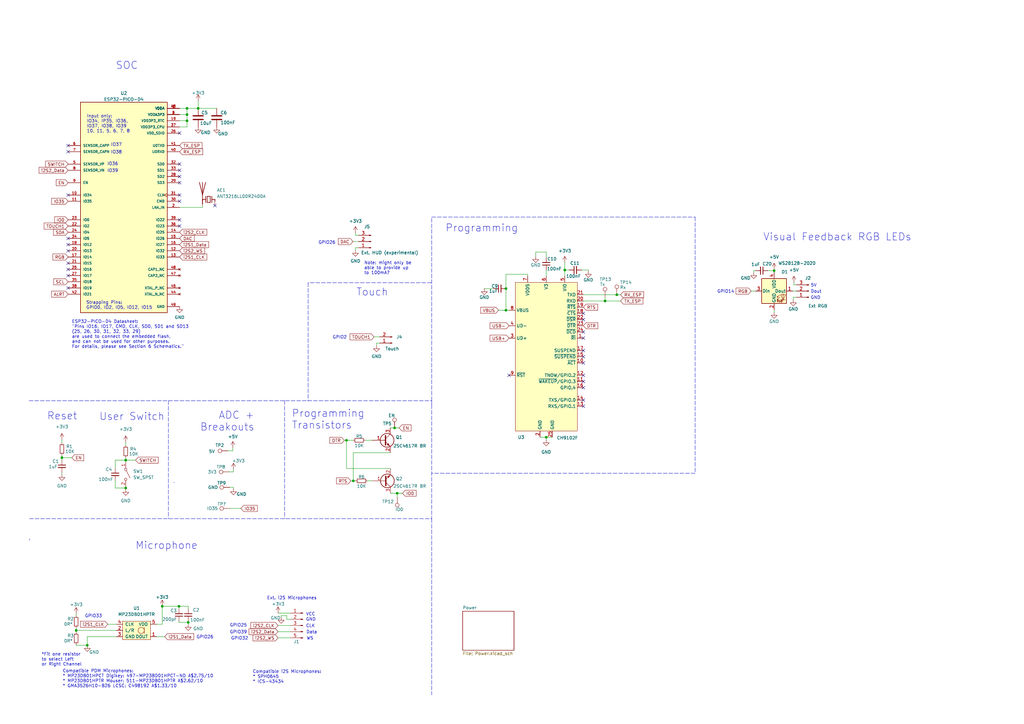
<source format=kicad_sch>
(kicad_sch (version 20211123) (generator eeschema)
  (paper "A3")
  (title_block (title "Team OpenSource Smartglasses") (date "2022-09-19") (rev "V0.4b5") (company "Team Open Smart Glasses") (comment 1 "2P Battery Version") (comment 2 "MIT License"))
  (lib_symbols
    (symbol "Connector:Conn_01x02_Male" (pin_names (offset 1.016) hide)
      (property "Reference" "J" (at 0 2.54 0))
      (property "Value" "Conn_01x02_Male" (at 0 -5.08 0))
      (symbol "Conn_01x02_Male_1_1"
        (pin passive line (at 5.08 0 180) (length 3.81) (name "Pin_1") (number "1"))
        (pin passive line (at 5.08 -2.54 180) (length 3.81) (name "Pin_2") (number "2"))
      )
    )
    (symbol "Connector:Conn_01x03_Male" (pin_names (offset 1.016) hide)
      (property "Reference" "J" (at 0 5.08 0))
      (property "Value" "Conn_01x03_Male" (at 0 -5.08 0))
      (symbol "Conn_01x03_Male_1_1"
        (pin passive line (at 5.08 2.54 180) (length 3.81) (name "Pin_1") (number "1"))
        (pin passive line (at 5.08 0 180) (length 3.81) (name "Pin_2") (number "2"))
        (pin passive line (at 5.08 -2.54 180) (length 3.81) (name "Pin_3") (number "3"))
      )
    )
    (symbol "Connector:Conn_01x05_Male" (pin_names (offset 1.016) hide)
      (property "Reference" "J" (at 0 7.62 0))
      (property "Value" "Conn_01x05_Male" (at 0 -7.62 0))
      (symbol "Conn_01x05_Male_1_1"
        (pin passive line (at 5.08 5.08 180) (length 3.81) (name "Pin_1") (number "1"))
        (pin passive line (at 5.08 2.54 180) (length 3.81) (name "Pin_2") (number "2"))
        (pin passive line (at 5.08 0 180) (length 3.81) (name "Pin_3") (number "3"))
        (pin passive line (at 5.08 -2.54 180) (length 3.81) (name "Pin_4") (number "4"))
        (pin passive line (at 5.08 -5.08 180) (length 3.81) (name "Pin_5") (number "5"))
      )
    )
    (symbol "Connector:TestPoint" (pin_numbers hide) (pin_names (offset 0.762) hide)
      (property "Reference" "TP" (at 0 6.858 0))
      (property "Value" "TestPoint" (at 0 5.08 0))
      (symbol "TestPoint_1_1"
        (pin passive line (at 0 0 90) (length 2.54) (name "1") (number "1"))
      )
    )
    (symbol "Device:Antenna_Chip" (pin_numbers hide) (pin_names (offset 1.016) hide)
      (property "Reference" "AE" (at 0 5.08 0))
      (property "Value" "Antenna_Chip" (at 0 3.175 0))
      (symbol "Antenna_Chip_1_1"
        (pin input line (at -2.54 -2.54 90) (length 2.54) (name "FEED") (number "1"))
        (pin passive line (at 2.54 -2.54 90) (length 2.54) (name "PCB_Trace") (number "2"))
      )
    )
    (symbol "Device:C" (pin_numbers hide) (pin_names (offset 0.254))
      (property "Reference" "C" (at 0.635 2.54 0))
      (property "Value" "C" (at 0.635 -2.54 0))
      (symbol "C_1_1"
        (pin passive line (at 0 3.81 270) (length 2.794) (name "~") (number "1"))
        (pin passive line (at 0 -3.81 90) (length 2.794) (name "~") (number "2"))
      )
    )
    (symbol "Device:C_Small" (pin_numbers hide) (pin_names (offset 0.254) hide)
      (property "Reference" "C" (at 0.254 1.778 0))
      (property "Value" "C_Small" (at 0.254 -2.032 0))
      (symbol "C_Small_1_1"
        (pin passive line (at 0 2.54 270) (length 2.032) (name "~") (number "1"))
        (pin passive line (at 0 -2.54 90) (length 2.032) (name "~") (number "2"))
      )
    )
    (symbol "Device:Q_NPN_BEC" (pin_names (offset 0) hide)
      (property "Reference" "Q" (at 5.08 1.27 0))
      (property "Value" "Q_NPN_BEC" (at 5.08 -1.27 0))
      (symbol "Q_NPN_BEC_1_1"
        (pin input line (at -5.08 0 0) (length 5.715) (name "B") (number "1"))
        (pin passive line (at 2.54 -5.08 90) (length 2.54) (name "E") (number "2"))
        (pin passive line (at 2.54 5.08 270) (length 2.54) (name "C") (number "3"))
      )
    )
    (symbol "Device:R_Small" (pin_numbers hide) (pin_names (offset 0.254) hide)
      (property "Reference" "R" (at 0.762 0.508 0))
      (property "Value" "R_Small" (at 0.762 -1.016 0))
      (symbol "R_Small_1_1"
        (pin passive line (at 0 2.54 270) (length 0.762) (name "~") (number "1"))
        (pin passive line (at 0 -2.54 90) (length 0.762) (name "~") (number "2"))
      )
    )
    (symbol "ESP32-PICO-D4:ESP32-PICO-D4" (pin_names (offset 1.016))
      (property "Reference" "U" (at -17.78 44.069 0))
      (property "Value" "ESP32-PICO-D4" (at -17.78 -45.72 0))
      (symbol "ESP32-PICO-D4_0_0"
        (pin power_in line (at 22.86 40.64 180) (length 5.08) (name "VDDA") (number "1"))
        (pin input line (at -22.86 5.08 0) (length 5.08) (name "IO34") (number "10"))
        (pin input line (at -22.86 2.54 0) (length 5.08) (name "IO35") (number "11"))
        (pin bidirectional line (at 22.86 -17.78 180) (length 5.08) (name "IO32") (number "12"))
        (pin bidirectional line (at 22.86 -20.32 180) (length 5.08) (name "IO33") (number "13"))
        (pin bidirectional line (at 22.86 -10.16 180) (length 5.08) (name "IO25") (number "14"))
        (pin bidirectional line (at 22.86 -12.7 180) (length 5.08) (name "IO26") (number "15"))
        (pin bidirectional line (at 22.86 -15.24 180) (length 5.08) (name "IO27") (number "16"))
        (pin bidirectional line (at -22.86 -20.32 0) (length 5.08) (name "IO14") (number "17"))
        (pin bidirectional line (at -22.86 -15.24 0) (length 5.08) (name "IO12") (number "18"))
        (pin power_in line (at 22.86 35.56 180) (length 5.08) (name "VDD3P3_RTC") (number "19"))
        (pin bidirectional line (at 22.86 0 180) (length 5.08) (name "LNA_IN") (number "2"))
        (pin bidirectional line (at -22.86 -17.78 0) (length 5.08) (name "IO13") (number "20"))
        (pin bidirectional line (at -22.86 -22.86 0) (length 5.08) (name "IO15") (number "21"))
        (pin bidirectional line (at -22.86 -7.62 0) (length 5.08) (name "IO2") (number "22"))
        (pin bidirectional line (at -22.86 -5.08 0) (length 5.08) (name "IO0") (number "23"))
        (pin bidirectional line (at -22.86 -10.16 0) (length 5.08) (name "IO4") (number "24"))
        (pin bidirectional line (at -22.86 -25.4 0) (length 5.08) (name "IO16") (number "25"))
        (pin power_in line (at 22.86 30.48 180) (length 5.08) (name "VDD_SDIO") (number "26"))
        (pin bidirectional line (at -22.86 -27.94 0) (length 5.08) (name "IO17") (number "27"))
        (pin bidirectional line (at 22.86 12.7 180) (length 5.08) (name "SD2") (number "28"))
        (pin bidirectional line (at 22.86 10.16 180) (length 5.08) (name "SD3") (number "29"))
        (pin power_in line (at 22.86 38.1 180) (length 5.08) (name "VDDA3P3") (number "3"))
        (pin bidirectional line (at 22.86 2.54 180) (length 5.08) (name "CMD") (number "30"))
        (pin bidirectional clock (at 22.86 5.08 180) (length 5.08) (name "CLK") (number "31"))
        (pin bidirectional line (at 22.86 17.78 180) (length 5.08) (name "SD0") (number "32"))
        (pin bidirectional line (at 22.86 15.24 180) (length 5.08) (name "SD1") (number "33"))
        (pin bidirectional line (at -22.86 -12.7 0) (length 5.08) (name "IO5") (number "34"))
        (pin bidirectional line (at -22.86 -30.48 0) (length 5.08) (name "IO18") (number "35"))
        (pin bidirectional line (at 22.86 -7.62 180) (length 5.08) (name "IO23") (number "36"))
        (pin power_in line (at 22.86 33.02 180) (length 5.08) (name "VDD3P3_CPU") (number "37"))
        (pin bidirectional line (at -22.86 -33.02 0) (length 5.08) (name "IO19") (number "38"))
        (pin bidirectional line (at 22.86 -5.08 180) (length 5.08) (name "IO22") (number "39"))
        (pin power_in line (at 22.86 38.1 180) (length 5.08) (name "VDDA3P3") (number "4"))
        (pin bidirectional line (at 22.86 22.86 180) (length 5.08) (name "U0RXD") (number "40"))
        (pin bidirectional line (at 22.86 25.4 180) (length 5.08) (name "U0TXD") (number "41"))
        (pin bidirectional line (at -22.86 -35.56 0) (length 5.08) (name "IO21") (number "42"))
        (pin power_in line (at 22.86 40.64 180) (length 5.08) (name "VDDA") (number "43"))
        (pin no_connect line (at 22.86 -35.56 180) (length 5.08) (name "XTAL_N_NC") (number "44"))
        (pin no_connect line (at 22.86 -33.02 180) (length 5.08) (name "XTAL_P_NC") (number "45"))
        (pin power_in line (at 22.86 40.64 180) (length 5.08) (name "VDDA") (number "46"))
        (pin no_connect line (at 22.86 -27.94 180) (length 5.08) (name "CAP2_NC") (number "47"))
        (pin no_connect line (at 22.86 -25.4 180) (length 5.08) (name "CAP1_NC") (number "48"))
        (pin power_in line (at 22.86 -40.64 180) (length 5.08) (name "GND") (number "49"))
        (pin input line (at -22.86 17.78 0) (length 5.08) (name "SENSOR_VP") (number "5"))
        (pin input line (at -22.86 25.4 0) (length 5.08) (name "SENSOR_CAPP") (number "6"))
        (pin input line (at -22.86 22.86 0) (length 5.08) (name "SENSOR_CAPN") (number "7"))
        (pin input line (at -22.86 15.24 0) (length 5.08) (name "SENSOR_VN") (number "8"))
        (pin input line (at -22.86 10.16 0) (length 5.08) (name "EN") (number "9"))
      )
    )
    (symbol "OSSG_components_lib:MP23DB01HPTR" (pin_names (offset 1.016))
      (property "Reference" "U" (at 0 -5.08 0))
      (property "Value" "MP23DB01HPTR" (at 0 5.08 0))
      (symbol "MP23DB01HPTR_1_1"
        (pin input line (at 8.89 -2.54 180) (length 2.54) (name "DOUT") (number "1"))
        (pin input line (at -7.62 0 0) (length 2.54) (name "L/R") (number "2"))
        (pin input line (at -7.62 -2.54 0) (length 2.54) (name "GND") (number "3"))
        (pin input line (at -7.62 2.54 0) (length 2.54) (name "CLK") (number "4"))
        (pin power_in line (at 8.89 2.54 180) (length 2.54) (name "VDD") (number "5"))
      )
    )
    (symbol "OSSG_components_lib:WS2812C-2020" (pin_names (offset 0.254))
      (property "Reference" "D" (at 5.08 5.715 0))
      (property "Value" "WS2812C-2020" (at 1.27 -5.715 0))
      (symbol "WS2812C-2020_0_0"
        (text "RGB" (at 2.286 -4.191 0) (effects (font (size 0.762 0.762))))
      )
      (symbol "WS2812C-2020_1_1"
        (pin output line (at 7.62 0 180) (length 2.54) (name "Dout") (number "1"))
        (pin power_in line (at 0 -7.62 90) (length 2.54) (name "GND") (number "2"))
        (pin input line (at -7.62 0 0) (length 2.54) (name "Din") (number "3"))
        (pin power_in line (at 0 7.62 270) (length 2.54) (name "VDD") (number "4"))
      )
    )
    (symbol "Switch:SW_SPST" (pin_names (offset 0) hide)
      (property "Reference" "SW" (at 0 3.175 0))
      (property "Value" "SW_SPST" (at 0 -2.54 0))
      (symbol "SW_SPST_1_1"
        (pin passive line (at -5.08 0 0) (length 2.54) (name "A") (number "1"))
        (pin passive line (at 5.08 0 180) (length 2.54) (name "B") (number "2"))
      )
    )
    (symbol "power:+3.3V" (power) (pin_names (offset 0))
      (property "Value" "+3.3V" (at 0 3.556 0))
      (symbol "+3.3V_1_1"
        (pin power_in line (at 0 0 90) (length 0) hide (name "+3V3") (number "1"))
      )
    )
    (symbol "power:+5V" (power) (pin_names (offset 0))
      (property "Value" "+5V" (at 0 3.556 0))
      (symbol "+5V_1_1"
        (pin power_in line (at 0 0 90) (length 0) hide (name "+5V") (number "1"))
      )
    )
    (symbol "power:GND" (power) (pin_names (offset 0))
      (property "Value" "GND" (at 0 -3.81 0))
      (symbol "GND_1_1"
        (pin power_in line (at 0 0 270) (length 0) hide (name "GND") (number "1"))
      )
    )
    (symbol "wch-usb-uart:CH9102F"
      (property "Reference" "U" (at 10.16 -33.02 0))
      (property "Value" "CH9102F" (at 10.16 -35.56 0))
      (symbol "CH9102F_1_1"
        (pin input line (at 15.24 7.62 180) (length 2.54) (name "~{RI}") (number "1"))
        (pin output line (at 15.24 -2.54 180) (length 2.54) (name "~{ACT}") (number "10"))
        (pin bidirectional line (at 15.24 -10.16 180) (length 2.54) (name "~{WAKEUP}/GPIO.3") (number "11"))
        (pin bidirectional line (at 15.24 -7.62 180) (length 2.54) (name "TNOW/GPIO.2") (number "12"))
        (pin bidirectional line (at 15.24 -20.32 180) (length 2.54) (name "RXS/GPIO.1") (number "13"))
        (pin bidirectional line (at 15.24 -17.78 180) (length 2.54) (name "TXS/GPIO.0") (number "14"))
        (pin output line (at 15.24 0 180) (length 2.54) (name "~{SUSPEND}") (number "15"))
        (pin bidirectional line (at 15.24 -12.7 180) (length 2.54) (name "GPIO.4") (number "16"))
        (pin output line (at 15.24 2.54 180) (length 2.54) (name "SUSPEND") (number "17"))
        (pin input line (at 15.24 17.78 180) (length 2.54) (name "~{CTS}") (number "18"))
        (pin output line (at 15.24 20.32 180) (length 2.54) (name "~{RTS}") (number "19"))
        (pin power_in line (at -2.54 -33.02 90) (length 2.54) (name "GND") (number "2"))
        (pin output line (at 15.24 22.86 180) (length 2.54) (name "RXD") (number "20"))
        (pin output line (at 15.24 25.4 180) (length 2.54) (name "TXD") (number "21"))
        (pin input line (at 15.24 15.24 180) (length 2.54) (name "~{DSR}") (number "22"))
        (pin output line (at 15.24 12.7 180) (length 2.54) (name "~{DTR}") (number "23"))
        (pin input line (at 15.24 10.16 180) (length 2.54) (name "~{DCD}") (number "24"))
        (pin power_in line (at 2.54 -33.02 90) (length 2.54) (name "GND") (number "25"))
        (pin bidirectional line (at -15.24 7.62 0) (length 2.54) (name "UD+") (number "3"))
        (pin bidirectional line (at -15.24 12.7 0) (length 2.54) (name "UD-") (number "4"))
        (pin power_in line (at 7.62 33.02 270) (length 2.54) (name "VIO") (number "5"))
        (pin power_out line (at 0 33.02 270) (length 2.54) (name "V3") (number "6"))
        (pin power_in line (at -7.62 33.02 270) (length 2.54) (name "VDD5") (number "7"))
        (pin input line (at -15.24 19.05 0) (length 2.54) (name "VBUS") (number "8"))
        (pin input line (at -15.24 -7.62 0) (length 2.54) (name "~{RST}") (number "9"))
      )
    )
  )
  (junction (at 73.406 248.666))
  (junction (at 51.562 188.722))
  (junction (at 77.216 255.27))
  (junction (at 76.708 44.45))
  (junction (at 76.708 46.99))
  (junction (at 81.28 44.45))
  (junction (at 31.242 258.572))
  (junction (at 76.708 49.53))
  (junction (at 248.158 123.444))
  (junction (at 317.5 110.998))
  (junction (at 144.907 197.231))
  (junction (at 66.548 248.666))
  (junction (at 207.518 127.254))
  (junction (at 162.9156 202.311))
  (junction (at 51.562 200.152))
  (junction (at 231.648 110.744))
  (junction (at 207.518 118.364))
  (junction (at 25.4 187.706))
  (junction (at 224.028 179.324))
  (junction (at 35.814 264.668))
  (junction (at 161.8234 175.514))
  (junction (at 252.984 120.904))
  (junction (at 142.113 180.594))
  (no_connect (at 27.94 110.49))
  (no_connect (at 239.268 131.064))
  (no_connect (at 73.66 74.93))
  (no_connect (at 88.138 84.328))
  (no_connect (at 239.268 143.764))
  (no_connect (at 239.268 146.304))
  (no_connect (at 239.268 136.144))
  (no_connect (at 73.66 54.61))
  (no_connect (at 27.94 59.69))
  (no_connect (at 239.268 148.844))
  (no_connect (at 239.268 138.684))
  (no_connect (at 73.66 80.01))
  (no_connect (at 73.66 82.55))
  (no_connect (at 208.788 153.924))
  (no_connect (at 73.66 92.71))
  (no_connect (at 73.66 67.31))
  (no_connect (at 73.66 69.85))
  (no_connect (at 27.94 113.03))
  (no_connect (at 239.268 156.464))
  (no_connect (at 27.94 102.87))
  (no_connect (at 27.94 107.95))
  (no_connect (at 27.94 118.11))
  (no_connect (at 27.94 100.33))
  (no_connect (at 27.94 97.79))
  (no_connect (at 73.66 90.17))
  (no_connect (at 73.66 72.39))
  (no_connect (at 27.94 80.01))
  (no_connect (at 27.94 62.23))
  (no_connect (at 239.268 128.524))
  (no_connect (at 239.268 164.084))
  (no_connect (at 239.268 166.624))
  (no_connect (at 239.268 153.924))
  (no_connect (at 239.268 159.004))
  (wire (pts (xy 47.752 261.112) (xy 35.814 261.112)))
  (wire (pts (xy 231.648 110.744) (xy 231.648 113.284)))
  (wire (pts (xy 145.7198 197.231) (xy 144.907 197.231)))
  (wire (pts (xy 239.268 120.904) (xy 252.984 120.904)))
  (wire (pts (xy 47.244 188.722) (xy 51.562 188.722)))
  (wire (pts (xy 238.506 110.744) (xy 241.3 110.744)))
  (wire (pts (xy 143.891 197.231) (xy 144.907 197.231)))
  (wire (pts (xy 221.488 179.324) (xy 224.028 179.324)))
  (wire (pts (xy 309.88 110.998) (xy 309.118 110.998)))
  (wire (pts (xy 51.562 200.152) (xy 47.244 200.152)))
  (wire (pts (xy 224.028 179.324) (xy 226.568 179.324)))
  (wire (pts (xy 204.47 127.254) (xy 207.518 127.254)))
  (wire (pts (xy 95.758 200.406) (xy 95.758 199.898)))
  (wire (pts (xy 25.4 187.706) (xy 25.4 188.722)))
  (wire (pts (xy 51.562 199.644) (xy 51.562 200.152)))
  (polyline (pts (xy 12.065 212.725) (xy 177.038 212.725)))
  (wire (pts (xy 73.406 255.27) (xy 73.406 254.762)))
  (wire (pts (xy 31.242 258.572) (xy 47.752 258.572)))
  (polyline (pts (xy 69.088 164.338) (xy 69.088 212.725)))
  (polyline (pts (xy 177.038 89.027) (xy 285.115 89.027)))
  (wire (pts (xy 114.046 259.08) (xy 119.126 259.08)))
  (wire (pts (xy 144.907 185.674) (xy 144.907 197.231)))
  (wire (pts (xy 51.562 188.722) (xy 55.626 188.722)))
  (wire (pts (xy 202.438 118.364) (xy 198.628 118.364)))
  (polyline (pts (xy 177.038 212.725) (xy 177.038 284.988)))
  (polyline (pts (xy 285.0896 89.0016) (xy 285.0896 194.1068)))
  (polyline (pts (xy 285.0896 194.1068) (xy 176.9872 194.1068)))
  (wire (pts (xy 66.548 256.032) (xy 66.548 248.666)))
  (wire (pts (xy 147.066 96.52) (xy 145.796 96.52)))
  (polyline (pts (xy 12.1158 220.98) (xy 12.1158 221.5896)))
  (wire (pts (xy 207.518 118.364) (xy 207.518 127.254)))
  (wire (pts (xy 144.78 99.06) (xy 147.066 99.06)))
  (polyline (pts (xy 116.713 164.338) (xy 116.713 212.725)))
  (polyline (pts (xy 177.038 164.338) (xy 177.038 165.989)))
  (wire (pts (xy 76.708 49.53) (xy 76.708 46.99)))
  (wire (pts (xy 224.028 179.324) (xy 224.028 180.34)))
  (wire (pts (xy 47.752 256.032) (xy 44.196 256.032)))
  (wire (pts (xy 150.7998 197.231) (xy 152.527 197.231)))
  (wire (pts (xy 64.262 261.112) (xy 67.564 261.112)))
  (wire (pts (xy 77.216 255.27) (xy 77.216 256.032)))
  (wire (pts (xy 51.562 187.706) (xy 51.562 188.722)))
  (polyline (pts (xy 11.938 164.338) (xy 71.501 164.338)))
  (wire (pts (xy 224.028 103.378) (xy 224.028 105.664)))
  (wire (pts (xy 115.316 252.476) (xy 115.316 253.111)))
  (wire (pts (xy 73.66 46.99) (xy 76.708 46.99)))
  (wire (pts (xy 35.814 261.112) (xy 35.814 264.668)))
  (wire (pts (xy 144.78 180.594) (xy 142.113 180.594)))
  (wire (pts (xy 165.1 202.311) (xy 162.9156 202.311)))
  (wire (pts (xy 317.5 110.49) (xy 317.5 110.998)))
  (wire (pts (xy 252.984 120.904) (xy 254.508 120.904)))
  (wire (pts (xy 76.708 44.45) (xy 81.28 44.45)))
  (wire (pts (xy 95.504 184.912) (xy 93.472 184.912)))
  (polyline (pts (xy 117.094 164.338) (xy 177.038 164.338)))
  (wire (pts (xy 248.158 123.444) (xy 254.508 123.444)))
  (wire (pts (xy 207.518 127.254) (xy 208.788 127.254)))
  (wire (pts (xy 31.242 258.572) (xy 31.242 259.334)))
  (wire (pts (xy 119.126 254) (xy 117.602 254)))
  (wire (pts (xy 95.504 183.642) (xy 95.504 184.912)))
  (wire (pts (xy 326.644 121.92) (xy 325.374 121.92)))
  (wire (pts (xy 94.234 208.534) (xy 98.806 208.534)))
  (wire (pts (xy 77.216 254.762) (xy 77.216 255.27)))
  (wire (pts (xy 219.71 103.378) (xy 224.028 103.378)))
  (wire (pts (xy 154.432 140.716) (xy 154.432 141.732)))
  (wire (pts (xy 95.758 192.532) (xy 95.758 193.548)))
  (wire (pts (xy 241.3 110.744) (xy 241.3 111.252)))
  (wire (pts (xy 73.66 49.53) (xy 76.708 49.53)))
  (wire (pts (xy 95.758 193.548) (xy 93.98 193.548)))
  (wire (pts (xy 216.408 113.284) (xy 216.408 112.522)))
  (wire (pts (xy 114.046 256.54) (xy 119.126 256.54)))
  (polyline (pts (xy 126.365 115.951) (xy 126.365 164.465)))
  (wire (pts (xy 47.244 200.152) (xy 47.244 197.104)))
  (wire (pts (xy 73.66 44.45) (xy 76.708 44.45)))
  (wire (pts (xy 83.058 84.328) (xy 83.058 85.09)))
  (polyline (pts (xy 176.911 115.951) (xy 126.365 115.951)))
  (wire (pts (xy 31.242 257.556) (xy 31.242 258.572)))
  (wire (pts (xy 81.28 44.45) (xy 88.9 44.45)))
  (wire (pts (xy 31.242 264.414) (xy 31.242 264.668)))
  (wire (pts (xy 142.113 180.594) (xy 142.113 192.151)))
  (wire (pts (xy 31.242 251.714) (xy 31.242 252.476)))
  (wire (pts (xy 142.113 192.151) (xy 160.147 192.151)))
  (wire (pts (xy 66.548 248.666) (xy 73.406 248.666)))
  (wire (pts (xy 162.9156 202.311) (xy 162.9156 203.8858)))
  (wire (pts (xy 325.628 116.84) (xy 325.628 115.824)))
  (wire (pts (xy 47.244 192.024) (xy 47.244 188.722)))
  (wire (pts (xy 161.8234 175.514) (xy 160.02 175.514)))
  (wire (pts (xy 145.796 101.6) (xy 145.796 102.616)))
  (wire (pts (xy 325.374 121.92) (xy 325.374 122.936)))
  (wire (pts (xy 117.602 252.476) (xy 115.316 252.476)))
  (wire (pts (xy 309.118 110.998) (xy 309.118 111.76)))
  (wire (pts (xy 231.648 110.744) (xy 233.426 110.744)))
  (wire (pts (xy 141.224 180.594) (xy 142.113 180.594)))
  (wire (pts (xy 147.066 101.6) (xy 145.796 101.6)))
  (wire (pts (xy 117.602 254) (xy 117.602 252.476)))
  (wire (pts (xy 224.028 110.744) (xy 224.028 113.284)))
  (wire (pts (xy 248.158 121.92) (xy 248.158 123.444)))
  (wire (pts (xy 317.5 127) (xy 317.5 128.016)))
  (wire (pts (xy 73.66 52.07) (xy 76.708 52.07)))
  (wire (pts (xy 308.102 119.38) (xy 309.88 119.38)))
  (wire (pts (xy 160.02 185.674) (xy 144.907 185.674)))
  (wire (pts (xy 31.242 264.668) (xy 35.814 264.668)))
  (polyline (pts (xy 177.038 165.989) (xy 177.038 212.725)))
  (wire (pts (xy 314.96 110.998) (xy 317.5 110.998)))
  (wire (pts (xy 317.5 110.998) (xy 317.5 111.76)))
  (wire (pts (xy 119.126 251.46) (xy 114.046 251.46)))
  (wire (pts (xy 155.702 140.716) (xy 154.432 140.716)))
  (wire (pts (xy 25.4 193.802) (xy 25.4 194.564)))
  (wire (pts (xy 239.268 123.444) (xy 248.158 123.444)))
  (wire (pts (xy 77.216 248.666) (xy 77.216 249.682)))
  (wire (pts (xy 51.562 200.152) (xy 51.562 200.66)))
  (polyline (pts (xy 71.247 197.866) (xy 71.501 197.866)))
  (wire (pts (xy 207.518 112.522) (xy 207.518 118.364)))
  (wire (pts (xy 76.708 46.99) (xy 76.708 44.45)))
  (wire (pts (xy 207.518 112.522) (xy 216.408 112.522)))
  (wire (pts (xy 73.66 85.09) (xy 83.058 85.09)))
  (wire (pts (xy 76.708 52.07) (xy 76.708 49.53)))
  (wire (pts (xy 25.4 180.34) (xy 25.4 181.61)))
  (wire (pts (xy 114.046 261.62) (xy 119.126 261.62)))
  (wire (pts (xy 51.562 181.356) (xy 51.562 182.626)))
  (wire (pts (xy 51.562 188.722) (xy 51.562 189.484)))
  (wire (pts (xy 219.71 105.156) (xy 219.71 103.378)))
  (wire (pts (xy 153.416 138.176) (xy 155.702 138.176)))
  (wire (pts (xy 231.648 107.696) (xy 231.648 110.744)))
  (wire (pts (xy 77.216 255.27) (xy 73.406 255.27)))
  (wire (pts (xy 145.796 96.52) (xy 145.796 95.504)))
  (wire (pts (xy 149.86 180.594) (xy 152.4 180.594)))
  (wire (pts (xy 25.4 187.706) (xy 29.464 187.706)))
  (wire (pts (xy 95.758 199.898) (xy 94.234 199.898)))
  (polyline (pts (xy 71.501 164.338) (xy 117.094 164.338)))
  (polyline (pts (xy 177.038 164.338) (xy 177.038 89.027)))
  (wire (pts (xy 162.9156 202.311) (xy 160.147 202.311)))
  (wire (pts (xy 163.703 175.514) (xy 161.8234 175.514)))
  (wire (pts (xy 25.4 186.69) (xy 25.4 187.706)))
  (wire (pts (xy 64.262 256.032) (xy 66.548 256.032)))
  (wire (pts (xy 73.406 248.666) (xy 73.406 249.682)))
  (wire (pts (xy 325.12 119.38) (xy 326.644 119.38)))
  (wire (pts (xy 73.406 248.666) (xy 77.216 248.666)))
  (wire (pts (xy 81.28 41.402) (xy 81.28 44.45)))
  (wire (pts (xy 326.644 116.84) (xy 325.628 116.84)))
  (text "Ext. i2S Microphones" (at 109.474 246.126 0) (effects (font (size 1.27 1.27)) (justify left bottom)))
  (text "GPIO32" (at 94.742 262.636 0) (effects (font (size 1.27 1.27)) (justify left bottom)))
  (text "GPIO25" (at 94.234 257.302 0) (effects (font (size 1.27 1.27)) (justify left bottom)))
  (text "5V" (at 332.486 117.856 0) (effects (font (size 1.27 1.27)) (justify left bottom)))
  (text "SOC" (at 56.642 28.702 180) (effects (font (size 3 3)) (justify right bottom)))
  (text "Programming\n" (at 212.5472 95.4024 180) (effects (font (size 3 3)) (justify right bottom)))
  (text "GND" (at 332.486 122.936 0) (effects (font (size 1.27 1.27)) (justify left bottom)))
  (text "GPIO39" (at 94.234 260.096 0) (effects (font (size 1.27 1.27)) (justify left bottom)))
  (text "Reset" (at 31.75 172.466 180) (effects (font (size 3 3)) (justify right bottom)))
  (text "Input only:\nIO34, IP35, IO36,\nIO37, IO38, IO39\n10, 11, 5, 6, 7, 8" (at 35.56 54.61 0) (effects (font (size 1.27 1.27)) (justify left bottom)))
  (text "Visual Feedback RGB LEDs" (at 373.888 99.06 180) (effects (font (size 3 3)) (justify right bottom)))
  (text "GND" (at 125.476 254.889 0) (effects (font (size 1.27 1.27)) (justify left bottom)))
  (text "Touch" (at 159.258 121.666 180) (effects (font (size 3 3)) (justify right bottom)))
  (text "*Fit one resistor\nto select Left \nor Right Channel" (at 17.018 273.304 0) (effects (font (size 1.27 1.27)) (justify left bottom)))
  (text "ESP32-PICO-D4 Datasheet: \n\"Pins IO16, IO17, CMD, CLK, SD0, SD1 and SD13\n(25, 26, 30, 31, 32, 33, 29)\nare used to connect the embedded flash, \nand can not be used for other purposes. \nFor details, please see Section 6 Schematics.\"" (at 29.464 143.002 0) (effects (font (size 1.27 1.27)) (justify left bottom)))
  (text "IO36" (at 43.942 68.072 0) (effects (font (size 1.27 1.27)) (justify left bottom)))
  (text "GPIO2" (at 136.398 139.192 0) (effects (font (size 1.27 1.27)) (justify left bottom)))
  (text "Note: might only be\nable to provide up\nto 100mA?" (at 149.352 112.776 0) (effects (font (size 1.27 1.27)) (justify left bottom)))
  (text "Microphone" (at 81.1276 225.6028 180) (effects (font (size 3 3)) (justify right bottom)))
  (text "Compatible PDM Microphones:\n* MP23DB01HPCT Digikey: 497-MP23BD01HPCT-ND A$2.75/10\n* MP23DB01HPTR Mouser: 511-MP23DB01HPTR A$2.62/10\n* GMA3526H10-B26 LCSC: C498192 A$1.33/10" (at 25.654 282.194 0) (effects (font (size 1.27 1.27)) (justify left bottom)))
  (text "User Switch" (at 67.564 172.72 180) (effects (font (size 3 3)) (justify right bottom)))
  (text "ADC +\nBreakouts" (at 104.394 177.038 180) (effects (font (size 3 3)) (justify right bottom)))
  (text "GPIO33" (at 34.798 253.492 0) (effects (font (size 1.27 1.27)) (justify left bottom)))
  (text "GPIO26" (at 80.518 262.128 0) (effects (font (size 1.27 1.27)) (justify left bottom)))
  (text "Strapping Pins:\nGPIO0, IO2, IO5, IO12, IO15" (at 35.306 127 0) (effects (font (size 1.27 1.27)) (justify left bottom)))
  (text "CLK" (at 125.476 257.556 0) (effects (font (size 1.27 1.27)) (justify left bottom)))
  (text "WS" (at 125.73 262.636 0) (effects (font (size 1.27 1.27)) (justify left bottom)))
  (text "Data" (at 125.603 260.096 0) (effects (font (size 1.27 1.27)) (justify left bottom)))
  (text "Compatible i2S Microphones:\n* SPH0645\n* ICS-43434" (at 103.632 280.416 0) (effects (font (size 1.27 1.27)) (justify left bottom)))
  (text "GPIO14" (at 294.132 120.396 0) (effects (font (size 1.27 1.27)) (justify left bottom)))
  (text "VCC" (at 125.476 252.73 0) (effects (font (size 1.27 1.27)) (justify left bottom)))
  (text "GPIO26" (at 130.556 100.33 0) (effects (font (size 1.27 1.27)) (justify left bottom)))
  (text "IO39" (at 43.942 70.866 0) (effects (font (size 1.27 1.27)) (justify left bottom)))
  (text "IO38" (at 45.466 63.246 0) (effects (font (size 1.27 1.27)) (justify left bottom)))
  (text "Programming\nTransistors\n" (at 119.634 176.276 0) (effects (font (size 3 3)) (justify left bottom)))
  (text "IO37" (at 45.466 60.198 0) (effects (font (size 1.27 1.27)) (justify left bottom)))
  (text "Dout" (at 332.486 120.396 0) (effects (font (size 1.27 1.27)) (justify left bottom)))
  (global_label "TX_ESP" (shape input) (at 73.66 59.69 0) (property "Intersheet References" "${INTERSHEET_REFS}" (effects hide)))
  (global_label "USB+" (shape input) (at 208.788 138.684 180) (property "Intersheet References" "${INTERSHEET_REFS}" (effects hide)))
  (global_label "IO0" (shape input) (at 165.1 202.311 0) (property "Intersheet References" "${INTERSHEET_REFS}" (effects hide)))
  (global_label "EN" (shape input) (at 27.94 74.93 180) (property "Intersheet References" "${INTERSHEET_REFS}" (effects hide)))
  (global_label "TOUCH1" (shape input) (at 153.416 138.176 180) (property "Intersheet References" "${INTERSHEET_REFS}" (effects hide)))
  (global_label "TOUCH1" (shape input) (at 27.94 92.71 180) (property "Intersheet References" "${INTERSHEET_REFS}" (effects hide)))
  (global_label "ALRT" (shape input) (at 27.94 120.65 180) (property "Intersheet References" "${INTERSHEET_REFS}" (effects hide)))
  (global_label "i2S1_CLK" (shape input) (at 73.66 105.41 0) (property "Intersheet References" "${INTERSHEET_REFS}" (effects hide)))
  (global_label "DTR" (shape input) (at 239.268 133.604 0) (property "Intersheet References" "${INTERSHEET_REFS}" (effects hide)))
  (global_label "DTR" (shape input) (at 141.224 180.594 180) (property "Intersheet References" "${INTERSHEET_REFS}" (effects hide)))
  (global_label "DAC" (shape input) (at 144.78 99.06 180) (property "Intersheet References" "${INTERSHEET_REFS}" (effects hide)))
  (global_label "i2S2_CLK" (shape input) (at 114.046 256.54 180) (property "Intersheet References" "${INTERSHEET_REFS}" (effects hide)))
  (global_label "RGB" (shape input) (at 308.102 119.38 180) (property "Intersheet References" "${INTERSHEET_REFS}" (effects hide)))
  (global_label "DAC" (shape input) (at 73.66 97.79 0) (property "Intersheet References" "${INTERSHEET_REFS}" (effects hide)))
  (global_label "RX_ESP" (shape input) (at 73.66 62.23 0) (property "Intersheet References" "${INTERSHEET_REFS}" (effects hide)))
  (global_label "RTS" (shape input) (at 143.891 197.231 180) (property "Intersheet References" "${INTERSHEET_REFS}" (effects hide)))
  (global_label "RGB" (shape input) (at 27.94 105.41 180) (property "Intersheet References" "${INTERSHEET_REFS}" (effects hide)))
  (global_label "i2S1_CLK" (shape input) (at 44.196 256.032 180) (property "Intersheet References" "${INTERSHEET_REFS}" (effects hide)))
  (global_label "IO35" (shape input) (at 98.806 208.534 0) (property "Intersheet References" "${INTERSHEET_REFS}" (effects hide)))
  (global_label "IO0" (shape input) (at 27.94 90.17 180) (property "Intersheet References" "${INTERSHEET_REFS}" (effects hide)))
  (global_label "i2S2_Data" (shape input) (at 27.94 69.85 180) (property "Intersheet References" "${INTERSHEET_REFS}" (effects hide)))
  (global_label "i2S2_WS" (shape input) (at 114.046 261.62 180) (property "Intersheet References" "${INTERSHEET_REFS}" (effects hide)))
  (global_label "TX_ESP" (shape input) (at 254.508 123.444 0) (property "Intersheet References" "${INTERSHEET_REFS}" (effects hide)))
  (global_label "USB-" (shape input) (at 208.788 133.604 180) (property "Intersheet References" "${INTERSHEET_REFS}" (effects hide)))
  (global_label "EN" (shape input) (at 29.464 187.706 0) (property "Intersheet References" "${INTERSHEET_REFS}" (effects hide)))
  (global_label "i2S1_Data" (shape input) (at 73.66 100.33 0) (property "Intersheet References" "${INTERSHEET_REFS}" (effects hide)))
  (global_label "VBUS" (shape input) (at 204.47 127.254 180) (property "Intersheet References" "${INTERSHEET_REFS}" (effects hide)))
  (global_label "i2S2_WS" (shape input) (at 73.66 102.87 0) (property "Intersheet References" "${INTERSHEET_REFS}" (effects hide)))
  (global_label "SDA" (shape input) (at 27.94 95.25 180) (property "Intersheet References" "${INTERSHEET_REFS}" (effects hide)))
  (global_label "IO35" (shape input) (at 27.94 82.55 180) (property "Intersheet References" "${INTERSHEET_REFS}" (effects hide)))
  (global_label "SWITCH" (shape input) (at 55.626 188.722 0) (property "Intersheet References" "${INTERSHEET_REFS}" (effects hide)))
  (global_label "i2S1_Data" (shape input) (at 67.564 261.112 0) (property "Intersheet References" "${INTERSHEET_REFS}" (effects hide)))
  (global_label "SWITCH" (shape input) (at 27.94 67.31 180) (property "Intersheet References" "${INTERSHEET_REFS}" (effects hide)))
  (global_label "i2S2_Data" (shape input) (at 114.046 259.08 180) (property "Intersheet References" "${INTERSHEET_REFS}" (effects hide)))
  (global_label "EN" (shape input) (at 163.703 175.514 0) (property "Intersheet References" "${INTERSHEET_REFS}" (effects hide)))
  (global_label "RX_ESP" (shape input) (at 254.508 120.904 0) (property "Intersheet References" "${INTERSHEET_REFS}" (effects hide)))
  (global_label "RTS" (shape input) (at 239.268 125.984 0) (property "Intersheet References" "${INTERSHEET_REFS}" (effects hide)))
  (global_label "i2S2_CLK" (shape input) (at 73.66 95.25 0) (property "Intersheet References" "${INTERSHEET_REFS}" (effects hide)))
  (global_label "SCL" (shape input) (at 27.94 115.57 180) (property "Intersheet References" "${INTERSHEET_REFS}" (effects hide)))
  (symbol (lib_id "Connector:TestPoint") (at 161.8234 175.514 0) (unit 1)
    (property "Reference" "TP5" (at 156.972 173.736 0) (effects (justify left)))
    (property "Value" "EN" (at 159.2834 170.434 0) (effects (justify left)))
    (property "Footprint" "OSSG_footprints:Breakout_pads_very_small" (effects hide))
  )
  (symbol (lib_id "power:GND") (at 317.5 128.016 0) (unit 1)
    (property "Reference" "#PWR024" (effects hide))
    (property "Value" "GND" (at 317.5 131.826 0))
  )
  (symbol (lib_id "power:GND") (at 51.562 200.66 0) (unit 1)
    (property "Reference" "#PWR08" (effects hide))
    (property "Value" "GND" (at 51.562 205.359 0))
  )
  (symbol (lib_id "power:GND") (at 241.3 111.252 0) (unit 1)
    (property "Reference" "#PWR022" (effects hide))
    (property "Value" "GND" (at 241.3 114.808 0))
  )
  (symbol (lib_id "power:GND") (at 309.118 111.76 0) (unit 1)
    (property "Reference" "#PWR0102" (effects hide))
    (property "Value" "GND" (at 305.816 114.046 0))
  )
  (symbol (lib_id "Device:C_Small") (at 312.42 110.998 270) (unit 1)
    (property "Reference" "C20" (at 312.674 108.204 90) (effects (justify left)))
    (property "Value" "1uF" (at 308.102 108.458 90) (effects (justify left)))
    (property "Footprint" "Capacitor_SMD:C_0402_1005Metric" (effects hide))
    (property "Datasheet" "https://search.murata.co.jp/Ceramy/image/img/A01X/G101/ENG/GRT155C80J105KE01-01.pdf" (effects hide))
    (property "DigiKeyLink" "https://www.digikey.ca/en/products/detail/murata-electronics/GRT155C80J105KE01J/13904934" (effects hide))
    (property "Price" "0.0448" (effects hide))
    (property "MPN" "490-GRT155C80J105KE01JCT-ND" (effects hide))
    (property "MPN_LCSC" "C14445" (effects hide))
    (property "Price_LCSC" "0.0018" (effects hide))
    (property "LCSCLink" "https://lcsc.com/product-detail/Multilayer-Ceramic-Capacitors-MLCC-SMD-SMT_Samsung-Electro-Mechanics-CL05A105KP5NNNC_C14445.html" (effects hide))
  )
  (symbol (lib_id "power:GND") (at 154.432 141.732 0) (unit 1)
    (property "Reference" "#PWR0101" (effects hide))
    (property "Value" "GND" (at 154.432 146.1754 0))
  )
  (symbol (lib_id "Connector:TestPoint") (at 94.234 199.898 90) (unit 1)
    (property "Reference" "TP9" (at 92.71 198.12 90) (effects (justify left)))
    (property "Value" "GND" (at 89.408 199.898 90) (effects (justify left)))
    (property "Footprint" "OSSG_footprints:Breakout_pads_small" (effects hide))
  )
  (symbol (lib_id "power:+5V") (at 317.5 110.49 0) (unit 1)
    (property "Reference" "#PWR023" (effects hide))
    (property "Value" "+5V" (at 317.5 105.41 0))
  )
  (symbol (lib_id "Connector:TestPoint") (at 248.158 121.92 0) (unit 1)
    (property "Reference" "TP13" (at 245.872 114.554 0) (effects (justify left)))
    (property "Value" "Tx" (at 245.999 116.586 0) (effects (justify left)))
    (property "Footprint" "OSSG_footprints:Breakout_pads_very_small" (effects hide))
  )
  (symbol (lib_id "Device:R_Small") (at 147.32 180.594 90) (unit 1)
    (property "Reference" "R5" (at 147.32 178.943 90))
    (property "Value" "10K" (at 147.32 182.753 90))
    (property "Footprint" "Resistor_SMD:R_0402_1005Metric" (effects hide))
    (property "Datasheet" "https://www.seielect.com/catalog/sei-rmcf_rmcp.pdf" (effects hide))
    (property "DigiKeyLink" "https://www.digikey.ca/en/products/detail/stackpole-electronics-inc/RMCF0402JT10K0/1758206" (effects hide))
    (property "MPN" "RMCF0402JT10K0CT-ND" (effects hide))
    (property "Price" "0.018" (effects hide))
    (property "MPN_LCSC" "C2906885" (effects hide))
    (property "Price_LCSC" "0.0005" (effects hide))
    (property "LCSCLink" "https://lcsc.com/product-detail/Chip-span-style-background-color-ff0-Resistor-span-Surface-Mount_FOJAN-FRC0402J103-TS_C2906885.html" (effects hide))
  )
  (symbol (lib_id "Connector:TestPoint") (at 93.472 184.912 90) (unit 1)
    (property "Reference" "TP2" (at 91.948 182.626 90) (effects (justify left)))
    (property "Value" "5V" (at 88.138 185.166 90) (effects (justify left)))
    (property "Footprint" "OSSG_footprints:Breakout_pads_small" (effects hide))
  )
  (symbol (lib_id "Device:Q_NPN_BEC") (at 157.607 197.231 0) (mirror x) (unit 1)
    (property "Reference" "Q2" (at 162.306 196.342 0) (effects (justify left)))
    (property "Value" "2SC4617R BR" (at 161.29 199.39 0) (effects (justify left)))
    (property "Footprint" "Package_TO_SOT_SMD:SOT-523" (effects hide))
    (property "LCSCLink" "https://lcsc.com/product-detail/Bipolar-Transistors-BJT_CBI-2SC4617R-BR_C2836080.html" (effects hide))
    (property "Price_LCSC" "0.0163" (effects hide))
    (property "MPN_LCSC" "C2836080" (effects hide))
  )
  (symbol (lib_id "Device:C_Small") (at 73.406 252.222 0) (mirror x) (unit 1)
    (property "Reference" "C3" (at 69.85 250.444 0) (effects (justify left)))
    (property "Value" "200pF" (at 66.548 254 0) (effects (justify left)))
    (property "Footprint" "Capacitor_SMD:C_0402_1005Metric" (effects hide))
    (property "Datasheet" "https://datasheet.lcsc.com/lcsc/1811141742_FH-Guangdong-Fenghua-Advanced-Tech-0402B104K160NT_C41851.pdf" (effects hide))
    (property "MPN_LCSC" "C41851" (effects hide))
    (property "Price_LCSC" "0.0009" (effects hide))
    (property "LinkLCSC" "https://lcsc.com/product-detail/Multilayer-Ceramic-Capacitors-MLCC-SMD-SMT_FH-Guangdong-Fenghua-Advanced-Tech-0402B104K160NT_C41851.html" (effects hide))
  )
  (symbol (lib_id "power:GND") (at 115.316 253.111 0) (unit 1)
    (property "Reference" "#PWR015" (effects hide))
    (property "Value" "GND" (at 113.03 253.4412 0))
  )
  (symbol (lib_id "power:+3.3V") (at 145.796 95.504 0) (unit 1)
    (property "Reference" "#PWR0106" (effects hide))
    (property "Value" "+3.3V" (at 145.796 90.678 0))
  )
  (symbol (lib_id "power:GND") (at 95.758 200.406 0) (unit 1)
    (property "Reference" "#PWR017" (effects hide))
    (property "Value" "GND" (at 99.06 202.692 0))
  )
  (symbol (lib_id "OSSG_components_lib:WS2812C-2020") (at 317.5 119.38 0) (unit 1)
    (property "Reference" "D1" (at 321.818 111.506 0))
    (property "Value" "WS2812B-2020" (at 326.898 107.95 0))
    (property "Footprint" "OSSG_footprints:LED_WS2812C-2020" (effects hide))
  )
  (symbol (lib_id "power:GND") (at 81.28 52.07 0) (unit 1)
    (property "Reference" "#PWR011" (effects hide))
    (property "Value" "GND" (at 84.328 54.356 0))
  )
  (symbol (lib_id "power:+3.3V") (at 95.758 192.532 0) (unit 1)
    (property "Reference" "#PWR016" (effects hide))
    (property "Value" "+3.3V" (at 97.79 188.976 0))
  )
  (symbol (lib_id "power:GND") (at 198.628 118.364 0) (unit 1)
    (property "Reference" "#PWR018" (effects hide))
    (property "Value" "GND" (at 198.628 121.92 0))
  )
  (symbol (lib_id "power:GND") (at 88.9 52.07 0) (unit 1)
    (property "Reference" "#PWR012" (effects hide))
    (property "Value" "GND" (at 91.44 54.864 0))
  )
  (symbol (lib_id "wch-usb-uart:CH9102F") (at 224.028 146.304 0) (unit 1)
    (property "Reference" "U3" (at 212.344 179.324 0) (effects (justify left)))
    (property "Value" "CH9102F" (at 228.346 179.578 0) (effects (justify left)))
    (property "Footprint" "Package_DFN_QFN:QFN-24-1EP_4x4mm_P0.5mm_EP2.6x2.6mm" (effects hide))
    (property "Datasheet" "https://datasheet.lcsc.com/lcsc/2108181630_WCH-Jiangsu-Qin-Heng-CH9102F_C2858418.pdf" (effects hide))
    (property "MPN_LCSC" "C2858418" (effects hide))
    (property "Price_LCSC" "1.35" (effects hide))
  )
  (symbol (lib_id "Device:R_Small") (at 148.2598 197.231 90) (unit 1)
    (property "Reference" "R6" (at 148.2598 195.58 90))
    (property "Value" "10K" (at 148.2598 199.39 90))
    (property "Footprint" "Resistor_SMD:R_0402_1005Metric" (effects hide))
    (property "Datasheet" "https://www.seielect.com/catalog/sei-rmcf_rmcp.pdf" (effects hide))
    (property "DigiKeyLink" "https://www.digikey.ca/en/products/detail/stackpole-electronics-inc/RMCF0402JT10K0/1758206" (effects hide))
    (property "MPN" "RMCF0402JT10K0CT-ND" (effects hide))
    (property "Price" "0.018" (effects hide))
    (property "MPN_LCSC" "C2906885" (effects hide))
    (property "Price_LCSC" "0.0005" (effects hide))
    (property "LCSCLink" "https://lcsc.com/product-detail/Chip-span-style-background-color-ff0-Resistor-span-Surface-Mount_FOJAN-FRC0402J103-TS_C2906885.html" (effects hide))
  )
  (symbol (lib_id "power:GND") (at 325.374 122.936 0) (unit 1)
    (property "Reference" "#PWR025" (effects hide))
    (property "Value" "GND" (at 325.374 126.746 0))
  )
  (symbol (lib_id "Connector:Conn_01x03_Male") (at 331.724 119.38 180) (unit 1)
    (property "Reference" "J2" (at 330.2 114.046 0) (effects (justify right)))
    (property "Value" "Ext RGB" (at 331.47 125.476 0) (effects (justify right)))
    (property "Footprint" "OSSG_footprints:Solder-3P-Connector" (effects hide))
  )
  (symbol (lib_id "Device:R_Small") (at 51.562 185.166 180) (unit 1)
    (property "Reference" "R4" (at 54.61 184.15 0))
    (property "Value" "10K" (at 54.864 186.182 0))
    (property "Footprint" "Resistor_SMD:R_0402_1005Metric" (effects hide))
    (property "Datasheet" "https://www.seielect.com/catalog/sei-rmcf_rmcp.pdf" (effects hide))
    (property "DigiKeyLink" "https://www.digikey.ca/en/products/detail/stackpole-electronics-inc/RMCF0402JT10K0/1758206" (effects hide))
    (property "MPN" "RMCF0402JT10K0CT-ND" (effects hide))
    (property "Price" "0.018" (effects hide))
    (property "MPN_LCSC" "C2906885" (effects hide))
    (property "Price_LCSC" "0.0005" (effects hide))
    (property "LCSCLink" "https://lcsc.com/product-detail/Chip-span-style-background-color-ff0-Resistor-span-Surface-Mount_FOJAN-FRC0402J103-TS_C2906885.html" (effects hide))
  )
  (symbol (lib_id "power:+3.3V") (at 81.28 41.402 0) (unit 1)
    (property "Reference" "#PWR09" (effects hide))
    (property "Value" "+3.3V" (at 81.28 38.1 0))
  )
  (symbol (lib_id "OSSG_components_lib:MP23DB01HPTR") (at 55.372 258.572 0) (unit 1)
    (property "Reference" "U1" (at 56.007 249.428 0))
    (property "Value" "MP23DB01HPTR" (at 56.007 251.968 0))
    (property "Footprint" "OSSG_footprints:MP23DB01HPTR" (effects hide))
  )
  (symbol (lib_id "power:+3.3V") (at 51.562 181.356 0) (unit 1)
    (property "Reference" "#PWR07" (effects hide))
    (property "Value" "+3.3V" (at 51.562 176.022 0))
  )
  (symbol (lib_id "power:+3.3V") (at 31.242 251.714 0) (mirror y) (unit 1)
    (property "Reference" "#PWR03" (effects hide))
    (property "Value" "+3.3V" (at 31.2928 247.9548 0))
  )
  (symbol (lib_id "Device:C_Small") (at 25.4 191.262 0) (unit 1)
    (property "Reference" "C1" (at 21.463 189.23 0) (effects (justify left)))
    (property "Value" "1uF" (at 19.939 191.389 0) (effects (justify left)))
    (property "Footprint" "Capacitor_SMD:C_0402_1005Metric" (effects hide))
    (property "Datasheet" "https://search.murata.co.jp/Ceramy/image/img/A01X/G101/ENG/GRT155C80J105KE01-01.pdf" (effects hide))
    (property "DigiKeyLink" "https://www.digikey.ca/en/products/detail/murata-electronics/GRT155C80J105KE01J/13904934" (effects hide))
    (property "Price" "0.0448" (effects hide))
    (property "MPN" "490-GRT155C80J105KE01JCT-ND" (effects hide))
    (property "MPN_LCSC" "C14445" (effects hide))
    (property "Price_LCSC" "0.0018" (effects hide))
    (property "LCSCLink" "https://lcsc.com/product-detail/Multilayer-Ceramic-Capacitors-MLCC-SMD-SMT_Samsung-Electro-Mechanics-CL05A105KP5NNNC_C14445.html" (effects hide))
  )
  (symbol (lib_id "Device:C") (at 88.9 48.26 0) (unit 1)
    (property "Reference" "C6" (at 90.424 46.228 0) (effects (justify left)))
    (property "Value" "100nF" (at 90.424 50.292 0) (effects (justify left)))
    (property "Footprint" "Capacitor_SMD:C_0402_1005Metric" (effects hide))
    (property "Datasheet" "https://media.digikey.com/pdf/Data%20Sheets/Samsung%20PDFs/CL05A104KA5NNNC.pdf" (effects hide))
    (property "DigiKeyLink" "https://www.digikey.ca/en/products/detail/samsung-electro-mechanics/CL05A104KA5NNNC/3886701" (effects hide))
    (property "Price" "0.006" (effects hide))
    (property "MPN" "1276-1043-1-ND" (effects hide))
    (property "MPN_LCSC" "C41851" (effects hide))
    (property "Price_LCSC" "0.0008" (effects hide))
    (property "LinkLCSC" "https://lcsc.com/product-detail/Multilayer-Ceramic-Capacitors-MLCC-SMD-SMT_FH-Guangdong-Fenghua-Advanced-Tech-0402B104K160NT_C41851.html" (effects hide))
  )
  (symbol (lib_id "Device:Antenna_Chip") (at 85.598 81.788 0) (mirror y) (unit 1)
    (property "Reference" "AE1" (at 88.9 77.9779 0) (effects (justify right)))
    (property "Value" "ANT3216LL00R2400A" (at 88.9 80.5179 0) (effects (justify right)))
    (property "Footprint" "OSSG_footprints:ANT3216LL00R2400A" (effects hide))
    (property "Datasheet" "https://datasheet.lcsc.com/lcsc/1810241140_YAGEO-ANT3216LL00R2400A_C293767.pdf" (effects hide))
    (property "MPN_LCSC" "C293767" (effects hide))
    (property "Price_LCSC" "0.1226" (effects hide))
  )
  (symbol (lib_id "power:GND") (at 73.66 125.73 0) (unit 1)
    (property "Reference" "#PWR010" (effects hide))
    (property "Value" "GND" (at 73.66 130.1734 0))
  )
  (symbol (lib_id "power:+5V") (at 325.628 115.824 0) (unit 1)
    (property "Reference" "#PWR026" (effects hide))
    (property "Value" "+5V" (at 325.628 110.744 0))
  )
  (symbol (lib_id "power:GND") (at 145.796 102.616 0) (unit 1)
    (property "Reference" "#PWR0105" (effects hide))
    (property "Value" "GND" (at 145.796 107.0594 0))
  )
  (symbol (lib_id "Connector:TestPoint") (at 162.9156 203.8858 180) (unit 1)
    (property "Reference" "TP12" (at 161.544 205.74 0) (effects (justify left)))
    (property "Value" "IO0" (at 165.4556 208.9658 0) (effects (justify left)))
    (property "Footprint" "OSSG_footprints:Breakout_pads_very_small" (effects hide))
  )
  (symbol (lib_id "Connector:Conn_01x02_Male") (at 160.782 140.716 180) (unit 1)
    (property "Reference" "J4" (at 162.56 138.1759 0) (effects (justify right)))
    (property "Value" "Touch" (at 157.988 143.002 0) (effects (justify right)))
    (property "Footprint" "OSSG_footprints:Solder-2P-Connector" (effects hide))
  )
  (symbol (lib_id "Device:R_Small") (at 31.242 261.874 180) (unit 1)
    (property "Reference" "R3" (at 28.956 260.7056 0))
    (property "Value" "0R*" (at 28.0416 262.8392 0))
    (property "Footprint" "Resistor_SMD:R_0402_1005Metric" (effects hide))
    (property "Datasheet" "https://www.seielect.com/catalog/sei-rmcf_rmcp.pdf" (effects hide))
    (property "DigiKeyLink" "https://www.digikey.ca/en/products/detail/stackpole-electronics-inc/RMCF0402JT10K0/1758206" (effects hide))
    (property "MPN" "RMCF0402JT10K0CT-ND" (effects hide))
    (property "Price" "0.018" (effects hide))
    (property "MPN_LCSC" "C2906885" (effects hide))
    (property "Price_LCSC" "0.0005" (effects hide))
    (property "LCSCLink" "https://lcsc.com/product-detail/Chip-span-style-background-color-ff0-Resistor-span-Surface-Mount_FOJAN-FRC0402J103-TS_C2906885.html" (effects hide))
  )
  (symbol (lib_id "Switch:SW_SPST") (at 51.562 194.564 270) (unit 1)
    (property "Reference" "SW1" (at 54.61 193.2939 90) (effects (justify left)))
    (property "Value" "SW_SPST" (at 54.61 195.8339 90) (effects (justify left)))
    (property "Footprint" "OSSG_footprints:SMD_Switch_Panasonic_EVQPUL_EVQPUC_6.3x6.7" (effects hide))
    (property "Datasheet" "https://omronfs.omron.com/en_US/ecb/products/pdf/en-b3u.pdf" (effects hide))
    (property "DigiKeyLink" "https://www.digikey.ca/en/products/detail/omron-electronics-inc-emc-div/B3U-3100P-B/1811780" (effects hide))
    (property "MPN" "UK-B0249-SP25Y" (effects hide))
    (property "MPN_LCSC" "C493280" (effects hide))
  )
  (symbol (lib_id "Connector:TestPoint") (at 93.98 193.548 90) (unit 1)
    (property "Reference" "TP8" (at 92.456 191.516 90) (effects (justify left)))
    (property "Value" "3V3" (at 88.9 193.548 90) (effects (justify left)))
    (property "Footprint" "OSSG_footprints:Breakout_pads_small" (effects hide))
  )
  (symbol (lib_id "power:GND") (at 224.028 180.34 0) (unit 1)
    (property "Reference" "#PWR020" (effects hide))
    (property "Value" "GND" (at 224.028 185.42 0))
  )
  (symbol (lib_id "Device:R_Small") (at 31.242 255.016 180) (unit 1)
    (property "Reference" "R2" (at 28.956 253.8476 0))
    (property "Value" "0R*" (at 28.0416 255.9812 0))
    (property "Footprint" "Resistor_SMD:R_0402_1005Metric" (effects hide))
    (property "Datasheet" "https://www.seielect.com/catalog/sei-rmcf_rmcp.pdf" (effects hide))
    (property "DigiKeyLink" "https://www.digikey.ca/en/products/detail/stackpole-electronics-inc/RMCF0402JT10K0/1758206" (effects hide))
    (property "MPN" "RMCF0402JT10K0CT-ND" (effects hide))
    (property "Price" "0.018" (effects hide))
    (property "MPN_LCSC" "C2906885" (effects hide))
    (property "Price_LCSC" "0.0005" (effects hide))
    (property "LCSCLink" "https://lcsc.com/product-detail/Chip-span-style-background-color-ff0-Resistor-span-Surface-Mount_FOJAN-FRC0402J103-TS_C2906885.html" (effects hide))
  )
  (symbol (lib_id "Device:C_Small") (at 204.978 118.364 90) (unit 1)
    (property "Reference" "C9" (at 204.216 117.348 90) (effects (justify left)))
    (property "Value" "1uF" (at 204.216 119.38 90) (effects (justify left)))
    (property "Footprint" "Capacitor_SMD:C_0402_1005Metric" (effects hide))
    (property "Datasheet" "https://search.murata.co.jp/Ceramy/image/img/A01X/G101/ENG/GRT155C80J105KE01-01.pdf" (effects hide))
    (property "DigiKeyLink" "https://www.digikey.ca/en/products/detail/murata-electronics/GRT155C80J105KE01J/13904934" (effects hide))
    (property "Price" "0.0448" (effects hide))
    (property "MPN" "490-GRT155C80J105KE01JCT-ND" (effects hide))
    (property "MPN_LCSC" "C14445" (effects hide))
    (property "Price_LCSC" "0.0018" (effects hide))
    (property "LCSCLink" "https://lcsc.com/product-detail/Multilayer-Ceramic-Capacitors-MLCC-SMD-SMT_Samsung-Electro-Mechanics-CL05A105KP5NNNC_C14445.html" (effects hide))
  )
  (symbol (lib_id "power:GND") (at 25.4 194.564 0) (unit 1)
    (property "Reference" "#PWR02" (effects hide))
    (property "Value" "GND" (at 25.4 199.263 0))
  )
  (symbol (lib_id "Device:C_Small") (at 224.028 108.204 180) (unit 1)
    (property "Reference" "C10" (at 228.346 106.172 0) (effects (justify left)))
    (property "Value" "100nF" (at 230.378 110.236 0) (effects (justify left)))
    (property "Footprint" "Capacitor_SMD:C_0402_1005Metric" (effects hide))
    (property "MPN_LCSC" "C258109" (effects hide))
    (property "Price_LCSC" "0.0005" (effects hide))
    (property "LCSCLink" "https://lcsc.com/product-detail/Chip-Resistor-Surface-Mount_FH-Guangdong-Fenghua-Advanced-Tech-RC-02W101JT_C258109.html" (effects hide))
  )
  (symbol (lib_id "power:+3.3V") (at 66.548 248.666 0) (unit 1)
    (property "Reference" "#PWR06" (effects hide))
    (property "Value" "+3.3V" (at 66.4972 244.9068 0))
  )
  (symbol (lib_id "Connector:Conn_01x03_Male") (at 152.146 99.06 180) (unit 1)
    (property "Reference" "J5" (at 149.352 92.964 0) (effects (justify right)))
    (property "Value" "Ext. HUD (experimental)" (at 148.082 103.632 0) (effects (justify right)))
    (property "Footprint" "OSSG_footprints:Solder-3P-Connector" (effects hide))
  )
  (symbol (lib_id "power:+3.3V") (at 114.046 251.46 0) (mirror y) (unit 1)
    (property "Reference" "#PWR014" (effects hide))
    (property "Value" "+3.3V" (at 114.0968 247.7008 0))
  )
  (symbol (lib_id "ESP32-PICO-D4:ESP32-PICO-D4") (at 50.8 85.09 0) (unit 1)
    (property "Reference" "U2" (at 50.8 38.2102 0))
    (property "Value" "ESP32-PICO-D4" (at 50.8 40.7471 0))
    (property "Footprint" "OSSG_footprints:OSSG_ESP32-Pico_D4" (effects hide))
    (property "Datasheet" "https://www.espressif.com/sites/default/files/documentation/esp32-pico-d4_datasheet_en.pdf" (effects hide))
    (property "MAXIMUM_PACKAGE_HEIGHT" "1.04 mm" (effects hide))
    (property "PARTREV" "v1.9" (effects hide))
    (property "STANDARD" "IPC 7351B" (effects hide))
    (property "MANUFACTURER" "Espressif Systems" (effects hide))
    (property "DigiKeyLink" "https://www.digikey.ca/en/products/detail/espressif-systems/ESP32-PICO-D4/9381722" (effects hide))
    (property "MPN" "1904-1029-1-ND" (effects hide))
    (property "Price" "4.1837" (effects hide))
    (property "MPN_LCSC" "C193707" (effects hide))
    (property "LCSCLink" "https://lcsc.com/product-detail/RF-Transceiver-ICs_Espressif-Systems-ESP32-PICO-D4_C193707.html" (effects hide))
  )
  (symbol (lib_id "Connector:TestPoint") (at 94.234 208.534 90) (unit 1)
    (property "Reference" "TP?" (at 92.71 206.756 90) (effects (justify left)))
    (property "Value" "IO35" (at 89.408 208.534 90) (effects (justify left)))
    (property "Footprint" "OSSG_footprints:Breakout_pads_small" (effects hide))
  )
  (symbol (lib_id "Device:C_Small") (at 77.216 252.222 0) (mirror y) (unit 1)
    (property "Reference" "C2" (at 81.788 250.19 0) (effects (justify left)))
    (property "Value" "100nF" (at 84.074 254.254 0) (effects (justify left)))
    (property "Footprint" "Capacitor_SMD:C_0402_1005Metric" (effects hide))
    (property "Datasheet" "https://datasheet.lcsc.com/lcsc/1811141742_FH-Guangdong-Fenghua-Advanced-Tech-0402B104K160NT_C41851.pdf" (effects hide))
    (property "MPN_LCSC" "C41851" (effects hide))
    (property "Price_LCSC" "0.0009" (effects hide))
    (property "LinkLCSC" "https://lcsc.com/product-detail/Multilayer-Ceramic-Capacitors-MLCC-SMD-SMT_FH-Guangdong-Fenghua-Advanced-Tech-0402B104K160NT_C41851.html" (effects hide))
  )
  (symbol (lib_id "power:+3.3V") (at 231.648 107.696 0) (unit 1)
    (property "Reference" "#PWR021" (effects hide))
    (property "Value" "+3.3V" (at 231.648 102.87 0))
  )
  (symbol (lib_id "Connector:Conn_01x05_Male") (at 124.206 256.54 0) (mirror y) (unit 1)
    (property "Reference" "J1" (at 120.396 263.144 0) (effects (justify right)))
    (property "Value" "Conn_01x05_Male" (effects hide))
    (property "Footprint" "OSSG_footprints:Solder-5P-Connector" (effects hide))
  )
  (symbol (lib_id "power:GND") (at 219.71 105.156 0) (unit 1)
    (property "Reference" "#PWR019" (effects hide))
    (property "Value" "GND" (at 219.71 108.712 0))
  )
  (symbol (lib_id "power:GND") (at 35.814 264.668 0) (unit 1)
    (property "Reference" "#PWR04" (effects hide))
    (property "Value" "GND" (at 38.608 267.462 0))
  )
  (symbol (lib_id "Device:R_Small") (at 25.4 184.15 180) (unit 1)
    (property "Reference" "R1" (at 28.448 183.134 0))
    (property "Value" "10K" (at 28.702 185.166 0))
    (property "Footprint" "Resistor_SMD:R_0402_1005Metric" (effects hide))
    (property "Datasheet" "https://www.seielect.com/catalog/sei-rmcf_rmcp.pdf" (effects hide))
    (property "DigiKeyLink" "https://www.digikey.ca/en/products/detail/stackpole-electronics-inc/RMCF0402JT10K0/1758206" (effects hide))
    (property "MPN" "RMCF0402JT10K0CT-ND" (effects hide))
    (property "Price" "0.018" (effects hide))
    (property "MPN_LCSC" "C2906885" (effects hide))
    (property "Price_LCSC" "0.0005" (effects hide))
    (property "LCSCLink" "https://lcsc.com/product-detail/Chip-span-style-background-color-ff0-Resistor-span-Surface-Mount_FOJAN-FRC0402J103-TS_C2906885.html" (effects hide))
  )
  (symbol (lib_id "Connector:TestPoint") (at 252.984 120.904 0) (unit 1)
    (property "Reference" "TP14" (at 254.254 115.824 0) (effects (justify left)))
    (property "Value" "Rx" (at 254.254 117.856 0) (effects (justify left)))
    (property "Footprint" "OSSG_footprints:Breakout_pads_very_small" (effects hide))
  )
  (symbol (lib_id "Device:Q_NPN_BEC") (at 157.48 180.594 0) (unit 1)
    (property "Reference" "Q1" (at 162.306 179.324 0) (effects (justify left)))
    (property "Value" "2SC4617R BR" (at 161.29 182.88 0) (effects (justify left)))
    (property "Footprint" "Package_TO_SOT_SMD:SOT-523" (effects hide))
    (property "LCSCLink" "https://lcsc.com/product-detail/Bipolar-Transistors-BJT_CBI-2SC4617R-BR_C2836080.html" (effects hide))
    (property "Price_LCSC" "0.0163" (effects hide))
    (property "MPN_LCSC" "C2836080" (effects hide))
  )
  (symbol (lib_id "power:+3.3V") (at 25.4 180.34 0) (unit 1)
    (property "Reference" "#PWR01" (effects hide))
    (property "Value" "+3.3V" (at 25.4 175.006 0))
  )
  (symbol (lib_id "Device:C_Small") (at 235.966 110.744 90) (unit 1)
    (property "Reference" "C11" (at 237.744 107.95 90) (effects (justify left)))
    (property "Value" "100nF" (at 238.252 113.284 90) (effects (justify left)))
    (property "Footprint" "Capacitor_SMD:C_0402_1005Metric" (effects hide))
    (property "MPN_LCSC" "C258109" (effects hide))
    (property "Price_LCSC" "0.0005" (effects hide))
    (property "LCSCLink" "https://lcsc.com/product-detail/Chip-Resistor-Surface-Mount_FH-Guangdong-Fenghua-Advanced-Tech-RC-02W101JT_C258109.html" (effects hide))
  )
  (symbol (lib_id "Device:C_Small") (at 47.244 194.564 0) (unit 1)
    (property "Reference" "C4" (at 43.307 192.532 0) (effects (justify left)))
    (property "Value" "100nF" (at 40.386 196.596 0) (effects (justify left)))
    (property "Footprint" "Capacitor_SMD:C_0402_1005Metric" (effects hide))
    (property "Datasheet" "https://search.murata.co.jp/Ceramy/image/img/A01X/G101/ENG/GRT155C80J105KE01-01.pdf" (effects hide))
    (property "DigiKeyLink" "https://www.digikey.ca/en/products/detail/murata-electronics/GRT155C80J105KE01J/13904934" (effects hide))
    (property "Price" "0.0448" (effects hide))
    (property "MPN" "490-GRT155C80J105KE01JCT-ND" (effects hide))
    (property "MPN_LCSC" "C14445" (effects hide))
    (property "Price_LCSC" "0.0018" (effects hide))
    (property "LCSCLink" "https://lcsc.com/product-detail/Multilayer-Ceramic-Capacitors-MLCC-SMD-SMT_Samsung-Electro-Mechanics-CL05A105KP5NNNC_C14445.html" (effects hide))
  )
  (symbol (lib_id "Device:C") (at 81.28 48.26 0) (unit 1)
    (property "Reference" "C5" (at 82.55 46.228 0) (effects (justify left)))
    (property "Value" "10uF" (at 82.042 50.546 0) (effects (justify left)))
    (property "Footprint" "Capacitor_SMD:C_0402_1005Metric" (effects hide))
    (property "Datasheet" "https://media.digikey.com/pdf/Data%20Sheets/Samsung%20PDFs/CL05A106MP5NUNC_Spec.pdf" (effects hide))
    (property "DigiKeyLink" "https://www.digikey.ca/en/products/detail/samsung-electro-mechanics/CL05A106MP5NUNC/3887108" (effects hide))
    (property "Price" "0.1092" (effects hide))
    (property "MPN" "1276-1450-1-ND" (effects hide))
    (property "MPN_LCSC" "C15525" (effects hide))
    (property "Price_LCSC" "0.0057" (effects hide))
    (property "LCSCLink" "https://lcsc.com/product-detail/Multilayer-Ceramic-Capacitors-MLCC-SMD-SMT_Samsung-Electro-Mechanics-CL05A106MQ5NUNC_C15525.html" (effects hide))
  )
  (symbol (lib_id "power:GND") (at 77.216 256.032 0) (mirror y) (unit 1)
    (property "Reference" "#PWR05" (effects hide))
    (property "Value" "GND" (at 81.28 257.81 0))
  )
  (symbol (lib_id "power:+5V") (at 95.504 183.642 0) (unit 1)
    (property "Reference" "#PWR0104" (effects hide))
    (property "Value" "+5V" (at 95.504 179.07 0))
  )
  (sheet (at 189.738 250.698) (size 21.082 16.002) (stroke (width 0.1524))
    (property "Sheet name" "Power" (at 189.738 249.9864 0) (effects (justify left bottom)))
    (property "Sheet file" "Power.kicad_sch" (at 189.738 267.2846 0) (effects (justify left top)))
  )
)
</source>
